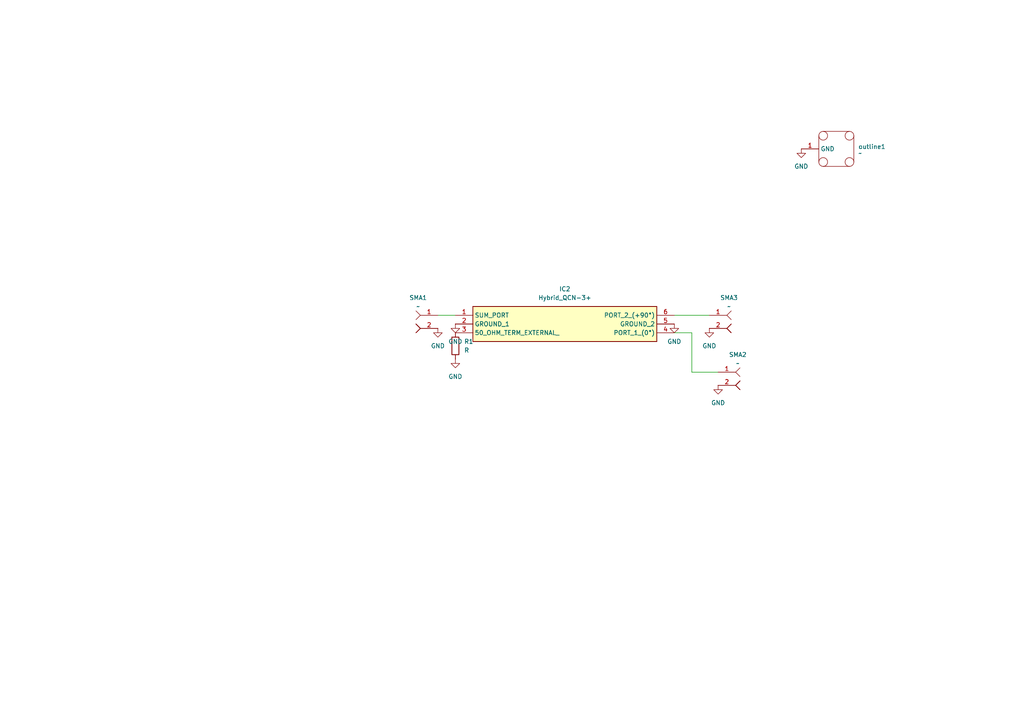
<source format=kicad_sch>
(kicad_sch (version 20231120) (generator "eeschema") (generator_version "8.0")
  (paper "A4")
  (lib_symbols
    (symbol "Device:R" (pin_numbers hide) (pin_names (offset 0))
      (property "Reference" "R" (at 2.032 0 90))
      (property "Value" "R" (at 0 0 90))
      (symbol "R_0_1"
        (rectangle (start -1.016 -2.54) (end 1.016 2.54) (stroke (width 0.254)))
      )
      (symbol "R_1_1"
        (pin passive line (at 0 3.81 270) (length 1.27) (name "~") (number "1"))
        (pin passive line (at 0 -3.81 90) (length 1.27) (name "~") (number "2"))
      )
    )
    (symbol "MUSIC_LAB:Hybrid_QCN-3+"
      (property "Reference" "IC" (at 59.69 7.62 0))
      (property "Value" "Hybrid_QCN-3+" (at 59.69 5.08 0))
      (symbol "Hybrid_QCN-3+_1_1"
        (rectangle (start 5.08 2.54) (end 58.42 -7.62) (stroke (width 0.254)) (fill (type background)))
        (pin passive line (at 0 0 0) (length 5.08) (name "SUM_PORT") (number "1"))
        (pin passive line (at 0 -2.54 0) (length 5.08) (name "GROUND_1") (number "2"))
        (pin passive line (at 0 -5.08 0) (length 5.08) (name "50_OHM_TERM_EXTERNAL_") (number "3"))
        (pin passive line (at 63.5 -5.08 180) (length 5.08) (name "PORT_1_(0°)") (number "4"))
        (pin passive line (at 63.5 -2.54 180) (length 5.08) (name "GROUND_2") (number "5"))
        (pin passive line (at 63.5 0 180) (length 5.08) (name "PORT_2_(+90°)") (number "6"))
      )
    )
    (symbol "MUSIC_LAB:SMA"
      (property "Reference" "SMA" (at 1.27 -1.27 0))
      (symbol "SMA_0_1"
        (polyline (pts (xy -1.27 1.27) (xy -2.54 0)))
        (polyline (pts (xy -1.27 1.27) (xy -2.54 0)))
        (polyline (pts (xy -1.27 1.27) (xy -2.54 0)))
        (polyline (pts (xy -1.27 1.27) (xy -2.54 0)))
        (polyline (pts (xy -1.27 1.27) (xy -2.54 2.54)))
        (polyline (pts (xy -1.27 1.27) (xy -2.54 2.54)))
        (polyline (pts (xy -1.27 1.27) (xy -2.54 2.54)))
        (polyline (pts (xy -1.27 1.27) (xy -2.54 2.54)))
        (polyline (pts (xy -1.27 5.08) (xy -2.54 3.81)))
        (polyline (pts (xy -1.27 5.08) (xy -2.54 6.35)))
      )
      (symbol "SMA_1_1"
        (pin passive line (at 3.81 5.08 180) (length 5.08) (name "") (number "1"))
        (pin passive line (at 3.81 1.27 180) (length 5.08) (name "") (number "2"))
      )
    )
    (symbol "MUSIC_LAB:outline"
      (property "Reference" "outline" (at 0 6.35 0))
      (symbol "outline_0_1"
        (circle (center -3.81 -3.81) (radius 1.27))
        (circle (center -3.81 3.81) (radius 1.27))
        (polyline (pts (xy -5.08 3.81) (xy -5.08 -3.81)))
        (polyline (pts (xy -3.81 -5.08) (xy 3.81 -5.08)))
        (polyline (pts (xy 3.81 5.08) (xy -3.81 5.08)))
        (polyline (pts (xy 5.08 3.81) (xy 5.08 -3.81)))
        (circle (center 3.81 -3.81) (radius 1.27))
        (circle (center 3.81 3.81) (radius 1.27))
      )
      (symbol "outline_1_1"
        (pin free line (at -10.16 0 0) (length 5.08) (name "GND") (number "1"))
      )
    )
    (symbol "power:GND" (power) (pin_numbers hide) (pin_names (offset 0) hide)
      (property "Value" "GND" (at 0 -3.81 0))
      (symbol "GND_0_1"
        (polyline (pts (xy 0 0) (xy 0 -1.27) (xy 1.27 -1.27) (xy 0 -2.54) (xy -1.27 -1.27) (xy 0 -1.27)))
      )
      (symbol "GND_1_1"
        (pin power_in line (at 0 0 270) (length 0) (name "~") (number "1"))
      )
    )
  )
  (wire (pts (xy 200.66 107.95) (xy 208.28 107.95)))
  (wire (pts (xy 127 91.44) (xy 132.08 91.44)))
  (wire (pts (xy 195.58 96.52) (xy 200.66 96.52)))
  (wire (pts (xy 200.66 96.52) (xy 200.66 107.95)))
  (wire (pts (xy 195.58 91.44) (xy 205.74 91.44)))
  (symbol (lib_id "Device:R") (at 132.08 100.33 0) (unit 1)
    (property "Reference" "R1" (at 134.62 99.0599 0) (effects (justify left)))
    (property "Value" "R" (at 134.62 101.5999 0) (effects (justify left)))
    (property "Footprint" "Resistor_SMD:R_0402_1005Metric" (effects (hide yes)))
    (property "Description" "Resistor" (effects (hide yes)))
  )
  (symbol (lib_id "power:GND") (at 232.41 43.18 0) (unit 1)
    (property "Reference" "#PWR02" (effects (hide yes)))
    (property "Value" "GND" (at 232.41 48.26 0))
    (property "Description" "Power symbol creates a global label with name \"GND\" , ground" (effects (hide yes)))
  )
  (symbol (lib_id "power:GND") (at 195.58 93.98 0) (unit 1)
    (property "Reference" "#PWR05" (effects (hide yes)))
    (property "Value" "GND" (at 195.58 99.06 0))
    (property "Description" "Power symbol creates a global label with name \"GND\" , ground" (effects (hide yes)))
  )
  (symbol (lib_id "power:GND") (at 132.08 93.98 0) (unit 1)
    (property "Reference" "#PWR06" (effects (hide yes)))
    (property "Value" "GND" (at 132.08 99.06 0))
    (property "Description" "Power symbol creates a global label with name \"GND\" , ground" (effects (hide yes)))
  )
  (symbol (lib_id "power:GND") (at 132.08 104.14 0) (unit 1)
    (property "Reference" "#PWR07" (effects (hide yes)))
    (property "Value" "GND" (at 132.08 109.22 0))
    (property "Description" "Power symbol creates a global label with name \"GND\" , ground" (effects (hide yes)))
  )
  (symbol (lib_id "power:GND") (at 205.74 95.25 0) (unit 1)
    (property "Reference" "#PWR03" (effects (hide yes)))
    (property "Value" "GND" (at 205.74 100.33 0))
    (property "Description" "Power symbol creates a global label with name \"GND\" , ground" (effects (hide yes)))
  )
  (symbol (lib_id "MUSIC_LAB:Hybrid_QCN-3+") (at 132.08 91.44 0) (unit 1)
    (property "Reference" "IC2" (at 163.83 83.82 0))
    (property "Value" "Hybrid_QCN-3+" (at 163.83 86.36 0))
    (property "Footprint" "MUSIC_Lab:Hybrid_QCN3" (effects (hide yes)))
    (property "Description" "Signal Conditioning PWR SPLTR CMBD / SM / RoHS" (effects (hide yes)))
    (property "Height" "1.0668" (effects (hide yes)))
    (property "Mouser Part Number" "139-QCN-3" (effects (hide yes)))
    (property "Mouser Price/Stock" "https://www.mouser.co.uk/ProductDetail/Mini-Circuits/QCN-3%2b/?qs=xZ%2FP%252Ba9zWqZyfRbZUWg52g%3D%3D" (effects (hide yes)))
    (property "Manufacturer_Name" "Mini-Circuits" (effects (hide yes)))
    (property "Manufacturer_Part_Number" "QCN-3+" (effects (hide yes)))
  )
  (symbol (lib_id "MUSIC_LAB:SMA") (at 123.19 96.52 0) (unit 1)
    (property "Reference" "SMA1" (at 121.285 86.36 0))
    (property "Value" "~" (at 121.285 88.9 0))
    (property "Footprint" "MUSIC_Lab:SMA_Edge_KD_2mm" (effects (hide yes)))
  )
  (symbol (lib_id "MUSIC_LAB:outline") (at 242.57 43.18 0) (unit 1)
    (property "Reference" "outline1" (at 248.92 42.5449 0) (effects (justify left)))
    (property "Value" "~" (at 248.92 44.45 0) (effects (justify left)))
    (property "Footprint" "MW:Outline_1.5x1" (effects (hide yes)))
  )
  (symbol (lib_id "MUSIC_LAB:SMA") (at 212.09 113.03 0) (mirror y) (unit 1)
    (property "Reference" "SMA2" (at 213.995 102.87 0))
    (property "Value" "~" (at 213.995 105.41 0))
    (property "Footprint" "MUSIC_Lab:SMA_Edge_KD_2mm" (effects (hide yes)))
  )
  (symbol (lib_id "MUSIC_LAB:SMA") (at 209.55 96.52 0) (mirror y) (unit 1)
    (property "Reference" "SMA3" (at 211.455 86.36 0))
    (property "Value" "~" (at 211.455 88.9 0))
    (property "Footprint" "MUSIC_Lab:SMA_Edge_KD_2mm" (effects (hide yes)))
  )
  (symbol (lib_id "power:GND") (at 127 95.25 0) (unit 1)
    (property "Reference" "#PWR01" (effects (hide yes)))
    (property "Value" "GND" (at 127 100.33 0))
    (property "Description" "Power symbol creates a global label with name \"GND\" , ground" (effects (hide yes)))
  )
  (symbol (lib_id "power:GND") (at 208.28 111.76 0) (unit 1)
    (property "Reference" "#PWR04" (effects (hide yes)))
    (property "Value" "GND" (at 208.28 116.84 0))
    (property "Description" "Power symbol creates a global label with name \"GND\" , ground" (effects (hide yes)))
  )
)
</source>
